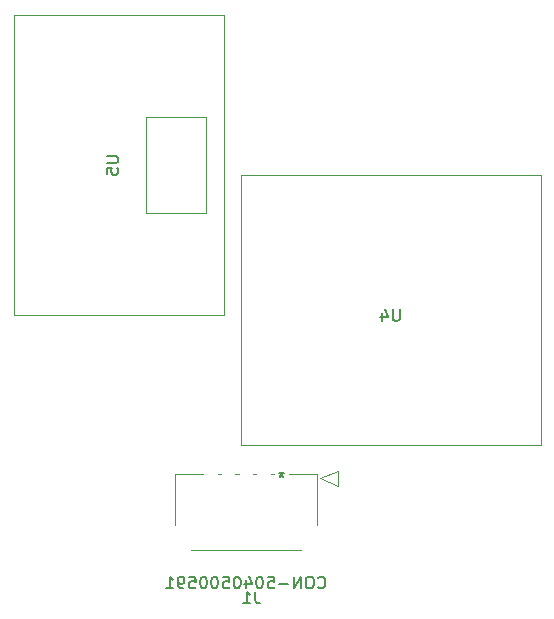
<source format=gbr>
%TF.GenerationSoftware,KiCad,Pcbnew,(5.1.10)-1*%
%TF.CreationDate,2022-05-08T17:14:08-07:00*%
%TF.ProjectId,solar-panel-side-Z,736f6c61-722d-4706-916e-656c2d736964,1.0*%
%TF.SameCoordinates,Original*%
%TF.FileFunction,Legend,Bot*%
%TF.FilePolarity,Positive*%
%FSLAX46Y46*%
G04 Gerber Fmt 4.6, Leading zero omitted, Abs format (unit mm)*
G04 Created by KiCad (PCBNEW (5.1.10)-1) date 2022-05-08 17:14:08*
%MOMM*%
%LPD*%
G01*
G04 APERTURE LIST*
%ADD10C,0.120000*%
%ADD11C,0.150000*%
G04 APERTURE END LIST*
D10*
%TO.C,U4*%
X138300000Y-82960000D02*
X138300000Y-74070000D01*
X163700000Y-82960000D02*
X163700000Y-74070000D01*
X163700000Y-82960000D02*
X163700000Y-85500000D01*
X163700000Y-74070000D02*
X161922000Y-74070000D01*
X151000000Y-74070000D02*
X163700000Y-74070000D01*
X151000000Y-74070000D02*
X138300000Y-74070000D01*
X138300000Y-82960000D02*
X138300000Y-85500000D01*
X163700000Y-88040000D02*
X163700000Y-85500000D01*
X138300000Y-88040000D02*
X138300000Y-85500000D01*
X138300000Y-96930000D02*
X140078000Y-96930000D01*
X163700000Y-88040000D02*
X163700000Y-96930000D01*
X151000000Y-96930000D02*
X163700000Y-96930000D01*
X138300000Y-88040000D02*
X138300000Y-96930000D01*
X151000000Y-96930000D02*
X138300000Y-96930000D01*
%TO.C,J1*%
X136370039Y-99410000D02*
X136629959Y-99410000D01*
X137870039Y-99410000D02*
X138129961Y-99410000D01*
X139370041Y-99410000D02*
X139629960Y-99410000D01*
X140870040Y-99410000D02*
X141129960Y-99410000D01*
X142370040Y-99410000D02*
X144774988Y-99410000D01*
X143410115Y-105850000D02*
X134089884Y-105850000D01*
X144774988Y-99410000D02*
X144774988Y-103719960D01*
X132725011Y-99410000D02*
X135129959Y-99410000D01*
X132725011Y-103719960D02*
X132725011Y-99410000D01*
X146552987Y-99115000D02*
X145028987Y-99750000D01*
X146552987Y-100385000D02*
X146552987Y-99115000D01*
X145028987Y-99750000D02*
X146552987Y-100385000D01*
%TO.C,U5*%
X119110000Y-73250000D02*
X119110000Y-60550000D01*
X128000000Y-60550000D02*
X119110000Y-60550000D01*
X119110000Y-73250000D02*
X119110000Y-85950000D01*
X128000000Y-85950000D02*
X119110000Y-85950000D01*
X128000000Y-60550000D02*
X136890000Y-60550000D01*
X136890000Y-73250000D02*
X136890000Y-60550000D01*
X136890000Y-73250000D02*
X136890000Y-85950000D01*
X128000000Y-85950000D02*
X136890000Y-85950000D01*
X131302000Y-69186000D02*
X134858000Y-69186000D01*
X134858000Y-77314000D02*
X131302000Y-77314000D01*
X131302000Y-69186000D02*
X130286000Y-69186000D01*
X130286000Y-69186000D02*
X130286000Y-77314000D01*
X130286000Y-77314000D02*
X131302000Y-77314000D01*
X134858000Y-77314000D02*
X135366000Y-77314000D01*
X135366000Y-77314000D02*
X135366000Y-69186000D01*
X135366000Y-69186000D02*
X134858000Y-69186000D01*
%TO.C,U4*%
D11*
X151761904Y-85452380D02*
X151761904Y-86261904D01*
X151714285Y-86357142D01*
X151666666Y-86404761D01*
X151571428Y-86452380D01*
X151380952Y-86452380D01*
X151285714Y-86404761D01*
X151238095Y-86357142D01*
X151190476Y-86261904D01*
X151190476Y-85452380D01*
X150285714Y-85785714D02*
X150285714Y-86452380D01*
X150523809Y-85404761D02*
X150761904Y-86119047D01*
X150142857Y-86119047D01*
%TO.C,J1*%
X139543333Y-109362380D02*
X139543333Y-110076666D01*
X139590952Y-110219523D01*
X139686190Y-110314761D01*
X139829047Y-110362380D01*
X139924285Y-110362380D01*
X138543333Y-110362380D02*
X139114761Y-110362380D01*
X138829047Y-110362380D02*
X138829047Y-109362380D01*
X138924285Y-109505238D01*
X139019523Y-109600476D01*
X139114761Y-109648095D01*
X144869045Y-108997142D02*
X144916664Y-109044761D01*
X145059521Y-109092380D01*
X145154759Y-109092380D01*
X145297617Y-109044761D01*
X145392855Y-108949523D01*
X145440474Y-108854285D01*
X145488093Y-108663809D01*
X145488093Y-108520952D01*
X145440474Y-108330476D01*
X145392855Y-108235238D01*
X145297617Y-108140000D01*
X145154759Y-108092380D01*
X145059521Y-108092380D01*
X144916664Y-108140000D01*
X144869045Y-108187619D01*
X144249998Y-108092380D02*
X144059521Y-108092380D01*
X143964283Y-108140000D01*
X143869045Y-108235238D01*
X143821426Y-108425714D01*
X143821426Y-108759047D01*
X143869045Y-108949523D01*
X143964283Y-109044761D01*
X144059521Y-109092380D01*
X144249998Y-109092380D01*
X144345236Y-109044761D01*
X144440474Y-108949523D01*
X144488093Y-108759047D01*
X144488093Y-108425714D01*
X144440474Y-108235238D01*
X144345236Y-108140000D01*
X144249998Y-108092380D01*
X143392855Y-109092380D02*
X143392855Y-108092380D01*
X142821426Y-109092380D01*
X142821426Y-108092380D01*
X142345236Y-108711428D02*
X141583331Y-108711428D01*
X140630950Y-108092380D02*
X141107140Y-108092380D01*
X141154759Y-108568571D01*
X141107140Y-108520952D01*
X141011902Y-108473333D01*
X140773807Y-108473333D01*
X140678569Y-108520952D01*
X140630950Y-108568571D01*
X140583331Y-108663809D01*
X140583331Y-108901904D01*
X140630950Y-108997142D01*
X140678569Y-109044761D01*
X140773807Y-109092380D01*
X141011902Y-109092380D01*
X141107140Y-109044761D01*
X141154759Y-108997142D01*
X139964283Y-108092380D02*
X139869045Y-108092380D01*
X139773807Y-108140000D01*
X139726188Y-108187619D01*
X139678569Y-108282857D01*
X139630950Y-108473333D01*
X139630950Y-108711428D01*
X139678569Y-108901904D01*
X139726188Y-108997142D01*
X139773807Y-109044761D01*
X139869045Y-109092380D01*
X139964283Y-109092380D01*
X140059521Y-109044761D01*
X140107140Y-108997142D01*
X140154759Y-108901904D01*
X140202378Y-108711428D01*
X140202378Y-108473333D01*
X140154759Y-108282857D01*
X140107140Y-108187619D01*
X140059521Y-108140000D01*
X139964283Y-108092380D01*
X138773807Y-108425714D02*
X138773807Y-109092380D01*
X139011902Y-108044761D02*
X139249998Y-108759047D01*
X138630950Y-108759047D01*
X138059521Y-108092380D02*
X137964283Y-108092380D01*
X137869045Y-108140000D01*
X137821426Y-108187619D01*
X137773807Y-108282857D01*
X137726188Y-108473333D01*
X137726188Y-108711428D01*
X137773807Y-108901904D01*
X137821426Y-108997142D01*
X137869045Y-109044761D01*
X137964283Y-109092380D01*
X138059521Y-109092380D01*
X138154759Y-109044761D01*
X138202378Y-108997142D01*
X138249998Y-108901904D01*
X138297617Y-108711428D01*
X138297617Y-108473333D01*
X138249998Y-108282857D01*
X138202378Y-108187619D01*
X138154759Y-108140000D01*
X138059521Y-108092380D01*
X136821426Y-108092380D02*
X137297617Y-108092380D01*
X137345236Y-108568571D01*
X137297617Y-108520952D01*
X137202378Y-108473333D01*
X136964283Y-108473333D01*
X136869045Y-108520952D01*
X136821426Y-108568571D01*
X136773807Y-108663809D01*
X136773807Y-108901904D01*
X136821426Y-108997142D01*
X136869045Y-109044761D01*
X136964283Y-109092380D01*
X137202378Y-109092380D01*
X137297617Y-109044761D01*
X137345236Y-108997142D01*
X136154759Y-108092380D02*
X136059521Y-108092380D01*
X135964283Y-108140000D01*
X135916664Y-108187619D01*
X135869045Y-108282857D01*
X135821426Y-108473333D01*
X135821426Y-108711428D01*
X135869045Y-108901904D01*
X135916664Y-108997142D01*
X135964283Y-109044761D01*
X136059521Y-109092380D01*
X136154759Y-109092380D01*
X136249998Y-109044761D01*
X136297617Y-108997142D01*
X136345236Y-108901904D01*
X136392855Y-108711428D01*
X136392855Y-108473333D01*
X136345236Y-108282857D01*
X136297617Y-108187619D01*
X136249998Y-108140000D01*
X136154759Y-108092380D01*
X135202378Y-108092380D02*
X135107140Y-108092380D01*
X135011902Y-108140000D01*
X134964283Y-108187619D01*
X134916664Y-108282857D01*
X134869045Y-108473333D01*
X134869045Y-108711428D01*
X134916664Y-108901904D01*
X134964283Y-108997142D01*
X135011902Y-109044761D01*
X135107140Y-109092380D01*
X135202378Y-109092380D01*
X135297617Y-109044761D01*
X135345236Y-108997142D01*
X135392855Y-108901904D01*
X135440474Y-108711428D01*
X135440474Y-108473333D01*
X135392855Y-108282857D01*
X135345236Y-108187619D01*
X135297617Y-108140000D01*
X135202378Y-108092380D01*
X133964283Y-108092380D02*
X134440474Y-108092380D01*
X134488093Y-108568571D01*
X134440474Y-108520952D01*
X134345236Y-108473333D01*
X134107140Y-108473333D01*
X134011902Y-108520952D01*
X133964283Y-108568571D01*
X133916664Y-108663809D01*
X133916664Y-108901904D01*
X133964283Y-108997142D01*
X134011902Y-109044761D01*
X134107140Y-109092380D01*
X134345236Y-109092380D01*
X134440474Y-109044761D01*
X134488093Y-108997142D01*
X133440474Y-109092380D02*
X133249998Y-109092380D01*
X133154759Y-109044761D01*
X133107140Y-108997142D01*
X133011902Y-108854285D01*
X132964283Y-108663809D01*
X132964283Y-108282857D01*
X133011902Y-108187619D01*
X133059521Y-108140000D01*
X133154759Y-108092380D01*
X133345236Y-108092380D01*
X133440474Y-108140000D01*
X133488093Y-108187619D01*
X133535712Y-108282857D01*
X133535712Y-108520952D01*
X133488093Y-108616190D01*
X133440474Y-108663809D01*
X133345236Y-108711428D01*
X133154759Y-108711428D01*
X133059521Y-108663809D01*
X133011902Y-108616190D01*
X132964283Y-108520952D01*
X132011902Y-109092380D02*
X132583331Y-109092380D01*
X132297617Y-109092380D02*
X132297617Y-108092380D01*
X132392855Y-108235238D01*
X132488093Y-108330476D01*
X132583331Y-108378095D01*
X141750000Y-99202380D02*
X141750000Y-99440476D01*
X141988095Y-99345238D02*
X141750000Y-99440476D01*
X141511904Y-99345238D01*
X141892857Y-99630952D02*
X141750000Y-99440476D01*
X141607142Y-99630952D01*
%TO.C,U5*%
X126952380Y-72488095D02*
X127761904Y-72488095D01*
X127857142Y-72535714D01*
X127904761Y-72583333D01*
X127952380Y-72678571D01*
X127952380Y-72869047D01*
X127904761Y-72964285D01*
X127857142Y-73011904D01*
X127761904Y-73059523D01*
X126952380Y-73059523D01*
X126952380Y-74011904D02*
X126952380Y-73535714D01*
X127428571Y-73488095D01*
X127380952Y-73535714D01*
X127333333Y-73630952D01*
X127333333Y-73869047D01*
X127380952Y-73964285D01*
X127428571Y-74011904D01*
X127523809Y-74059523D01*
X127761904Y-74059523D01*
X127857142Y-74011904D01*
X127904761Y-73964285D01*
X127952380Y-73869047D01*
X127952380Y-73630952D01*
X127904761Y-73535714D01*
X127857142Y-73488095D01*
%TD*%
M02*

</source>
